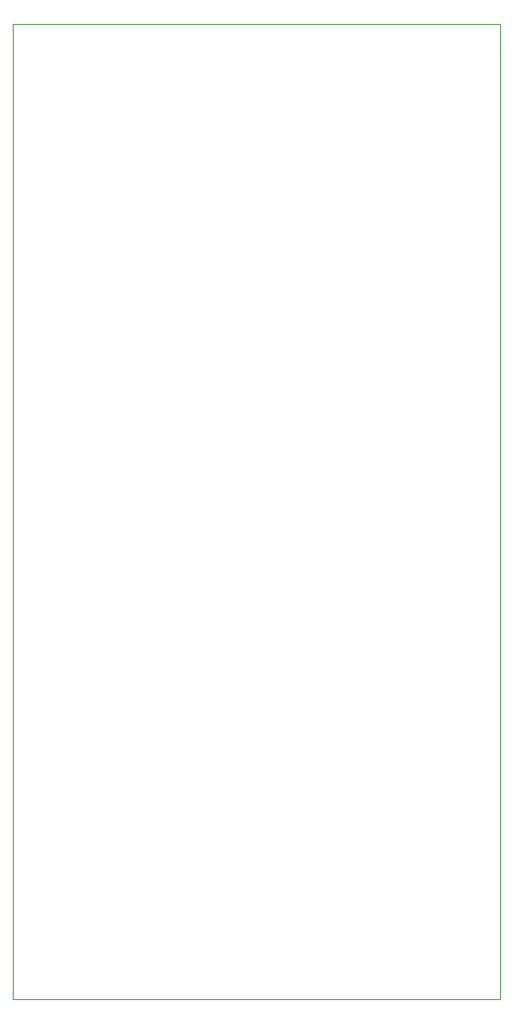
<source format=gbr>
%TF.GenerationSoftware,KiCad,Pcbnew,(5.1.6)-1*%
%TF.CreationDate,2024-01-06T07:46:22-05:00*%
%TF.ProjectId,pcb,7063622e-6b69-4636-9164-5f7063625858,rev?*%
%TF.SameCoordinates,Original*%
%TF.FileFunction,Profile,NP*%
%FSLAX46Y46*%
G04 Gerber Fmt 4.6, Leading zero omitted, Abs format (unit mm)*
G04 Created by KiCad (PCBNEW (5.1.6)-1) date 2024-01-06 07:46:22*
%MOMM*%
%LPD*%
G01*
G04 APERTURE LIST*
%TA.AperFunction,Profile*%
%ADD10C,0.050000*%
%TD*%
G04 APERTURE END LIST*
D10*
X48260000Y0D02*
X0Y0D01*
X48260000Y96520000D02*
X48260000Y0D01*
X0Y96520000D02*
X48260000Y96520000D01*
X0Y0D02*
X0Y96520000D01*
M02*

</source>
